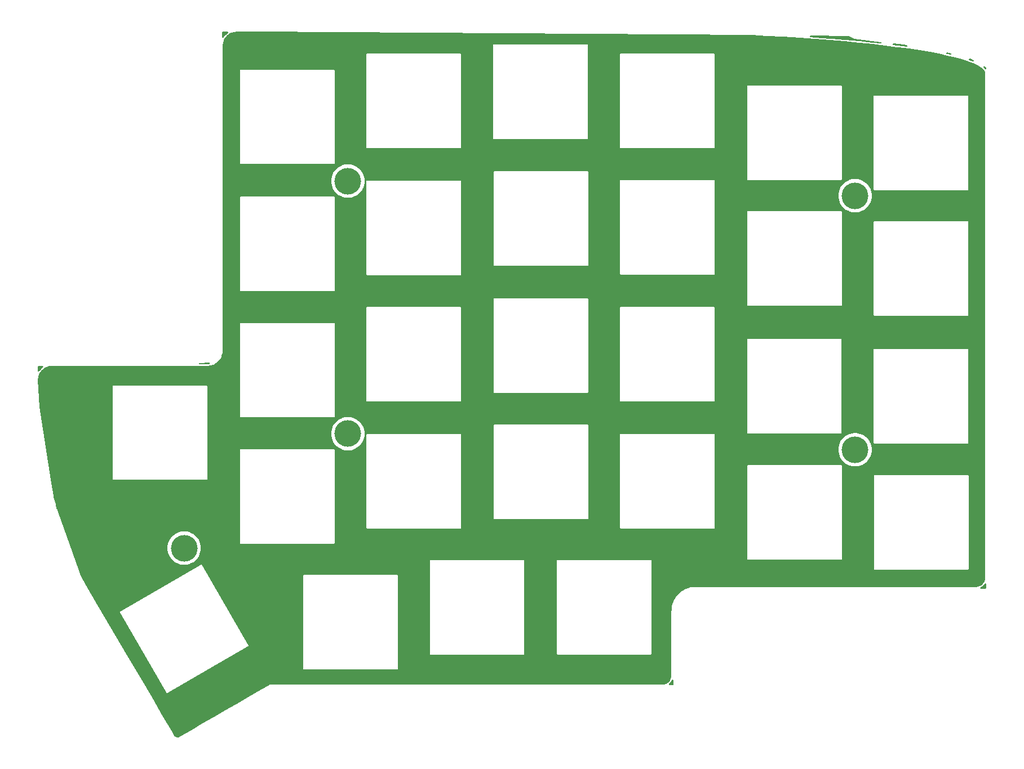
<source format=gbl>
G04 #@! TF.GenerationSoftware,KiCad,Pcbnew,7.0.10*
G04 #@! TF.CreationDate,2024-04-22T20:11:16+02:00*
G04 #@! TF.ProjectId,Lily58_Pro_TOP,4c696c79-3538-45f5-9072-6f5f544f502e,rev?*
G04 #@! TF.SameCoordinates,Original*
G04 #@! TF.FileFunction,Copper,L2,Bot*
G04 #@! TF.FilePolarity,Positive*
%FSLAX46Y46*%
G04 Gerber Fmt 4.6, Leading zero omitted, Abs format (unit mm)*
G04 Created by KiCad (PCBNEW 7.0.10) date 2024-04-22 20:11:16*
%MOMM*%
%LPD*%
G01*
G04 APERTURE LIST*
G04 #@! TA.AperFunction,ComponentPad*
%ADD10C,4.000000*%
G04 #@! TD*
G04 APERTURE END LIST*
D10*
X129600000Y-57700000D03*
X205800000Y-59900000D03*
X205800000Y-98100000D03*
X129600000Y-95700000D03*
X105000000Y-112900000D03*
G04 #@! TA.AperFunction,NonConductor*
G36*
X111510367Y-35205647D02*
G01*
X111578344Y-35226122D01*
X111624462Y-35280101D01*
X111634076Y-35350443D01*
X111604133Y-35414817D01*
X111590279Y-35427775D01*
X111586373Y-35431889D01*
X111575197Y-35442312D01*
X111271074Y-35693227D01*
X111258572Y-35702313D01*
X111256894Y-35703381D01*
X111252206Y-35707527D01*
X111248062Y-35712214D01*
X111246988Y-35713902D01*
X111237909Y-35726398D01*
X110987039Y-36030575D01*
X110976618Y-36041754D01*
X110975059Y-36043234D01*
X110971296Y-36048144D01*
X110968156Y-36053472D01*
X110967366Y-36055476D01*
X110960911Y-36069320D01*
X110933198Y-36120420D01*
X110883140Y-36170766D01*
X110813809Y-36186056D01*
X110747218Y-36161436D01*
X110704509Y-36104722D01*
X110696439Y-36059833D01*
X110699476Y-35326352D01*
X110719760Y-35258318D01*
X110773608Y-35212048D01*
X110826350Y-35200880D01*
X111510367Y-35205647D01*
G37*
G04 #@! TD.AperFunction*
G04 #@! TA.AperFunction,NonConductor*
G36*
X204782383Y-35855626D02*
G01*
X204837847Y-35868923D01*
X205700000Y-36300000D01*
X209664439Y-36782161D01*
X209729646Y-36810241D01*
X209769321Y-36869117D01*
X209770866Y-36940097D01*
X209733792Y-37000645D01*
X209669869Y-37031537D01*
X209634902Y-37032422D01*
X208455131Y-36897426D01*
X208452021Y-36896837D01*
X208430255Y-36894573D01*
X208428970Y-36894432D01*
X208407207Y-36891942D01*
X208404025Y-36891845D01*
X206433174Y-36686873D01*
X206430314Y-36686361D01*
X206408160Y-36684267D01*
X206406990Y-36684151D01*
X206384908Y-36681855D01*
X206381996Y-36681795D01*
X204320716Y-36487044D01*
X204318055Y-36486591D01*
X204295711Y-36484676D01*
X204294629Y-36484579D01*
X204272204Y-36482461D01*
X204269501Y-36482429D01*
X202366465Y-36319331D01*
X202121267Y-36298316D01*
X202118763Y-36297913D01*
X202096019Y-36296149D01*
X202095011Y-36296067D01*
X202072534Y-36294141D01*
X202070011Y-36294133D01*
X199838599Y-36121096D01*
X199836258Y-36120738D01*
X199813509Y-36119147D01*
X199812565Y-36119077D01*
X199789688Y-36117304D01*
X199787294Y-36117315D01*
X199198575Y-36076162D01*
X199076364Y-36067619D01*
X199009805Y-36042917D01*
X198967166Y-35986150D01*
X198961987Y-35915342D01*
X198995912Y-35852975D01*
X199058169Y-35818850D01*
X199086024Y-35815930D01*
X204782383Y-35855626D01*
G37*
G04 #@! TD.AperFunction*
G04 #@! TA.AperFunction,NonConductor*
G36*
X213096645Y-37199592D02*
G01*
X213103304Y-37200583D01*
X213475026Y-37266181D01*
X213578080Y-37284367D01*
X213641688Y-37315903D01*
X213678149Y-37376822D01*
X213675886Y-37447783D01*
X213635619Y-37506256D01*
X213570131Y-37533676D01*
X213538853Y-37533253D01*
X212212887Y-37349135D01*
X212209130Y-37348333D01*
X212188276Y-37345707D01*
X212186701Y-37345499D01*
X212165763Y-37342592D01*
X212161927Y-37342388D01*
X211556906Y-37266181D01*
X211491819Y-37237823D01*
X211452396Y-37178778D01*
X211451153Y-37107792D01*
X211488486Y-37047403D01*
X211552540Y-37016784D01*
X211587859Y-37016091D01*
X213096645Y-37199592D01*
G37*
G04 #@! TD.AperFunction*
G04 #@! TA.AperFunction,NonConductor*
G36*
X219657153Y-38357144D02*
G01*
X219893581Y-38398867D01*
X219906272Y-38401792D01*
X220122664Y-38463618D01*
X220165940Y-38475983D01*
X220225945Y-38513930D01*
X220255908Y-38578294D01*
X220246317Y-38648640D01*
X220200217Y-38702633D01*
X220132244Y-38723132D01*
X220101747Y-38719614D01*
X219769641Y-38639411D01*
X219762440Y-38637168D01*
X219758848Y-38636402D01*
X219758846Y-38636401D01*
X219746241Y-38633714D01*
X219742972Y-38632971D01*
X219742827Y-38632936D01*
X219730449Y-38629947D01*
X219730448Y-38629947D01*
X219726895Y-38629089D01*
X219719425Y-38627997D01*
X219608997Y-38604460D01*
X219546542Y-38570697D01*
X219512256Y-38508528D01*
X219517024Y-38437692D01*
X219559331Y-38380678D01*
X219625747Y-38355588D01*
X219657153Y-38357144D01*
G37*
G04 #@! TD.AperFunction*
G04 #@! TA.AperFunction,NonConductor*
G36*
X223063645Y-39303898D02*
G01*
X223385341Y-39395811D01*
X223413236Y-39407564D01*
X223583510Y-39504864D01*
X223632731Y-39556028D01*
X223646478Y-39625681D01*
X223620384Y-39691709D01*
X223562736Y-39733148D01*
X223491836Y-39736841D01*
X223475766Y-39731864D01*
X222983802Y-39542653D01*
X222927402Y-39499531D01*
X222903268Y-39432762D01*
X222919064Y-39363545D01*
X222969774Y-39313855D01*
X223039298Y-39299470D01*
X223063645Y-39303898D01*
G37*
G04 #@! TD.AperFunction*
G04 #@! TA.AperFunction,NonConductor*
G36*
X225252340Y-40459128D02*
G01*
X225262935Y-40464534D01*
X225436516Y-40563723D01*
X225485736Y-40614885D01*
X225500001Y-40673120D01*
X225500001Y-40750205D01*
X225479999Y-40818326D01*
X225426343Y-40864819D01*
X225356069Y-40874923D01*
X225291489Y-40845429D01*
X225270580Y-40822177D01*
X225244143Y-40784188D01*
X225239915Y-40777697D01*
X225235268Y-40770058D01*
X225235267Y-40770056D01*
X225235264Y-40770053D01*
X225233826Y-40768358D01*
X225233271Y-40767636D01*
X225232624Y-40767024D01*
X225231078Y-40765414D01*
X225223933Y-40759997D01*
X225217909Y-40755131D01*
X225118294Y-40669483D01*
X225079680Y-40609905D01*
X225079407Y-40538909D01*
X225117561Y-40479036D01*
X225182028Y-40449294D01*
X225252340Y-40459128D01*
G37*
G04 #@! TD.AperFunction*
G04 #@! TA.AperFunction,NonConductor*
G36*
X108798730Y-85033236D02*
G01*
X108846227Y-85086005D01*
X108857655Y-85156076D01*
X108829385Y-85221201D01*
X108770394Y-85260705D01*
X108745242Y-85265866D01*
X108481094Y-85292458D01*
X108468472Y-85293092D01*
X107323746Y-85293083D01*
X107255625Y-85273080D01*
X107209133Y-85219424D01*
X107199030Y-85149150D01*
X107228523Y-85084570D01*
X107288250Y-85046187D01*
X107321360Y-85041106D01*
X108730249Y-85014523D01*
X108798730Y-85033236D01*
G37*
G04 #@! TD.AperFunction*
G04 #@! TA.AperFunction,NonConductor*
G36*
X83794514Y-85505015D02*
G01*
X83842011Y-85557784D01*
X83853439Y-85627855D01*
X83825169Y-85692980D01*
X83808488Y-85709555D01*
X83520943Y-85946278D01*
X83508781Y-85955128D01*
X83506785Y-85956405D01*
X83502229Y-85960451D01*
X83498192Y-85965008D01*
X83496918Y-85967006D01*
X83488084Y-85979179D01*
X83238501Y-86283145D01*
X83228334Y-86294127D01*
X83226573Y-86295815D01*
X83226349Y-86296111D01*
X83225985Y-86296379D01*
X83219427Y-86302669D01*
X83218612Y-86301819D01*
X83169223Y-86338267D01*
X83098374Y-86342846D01*
X83036296Y-86308394D01*
X83002700Y-86245850D01*
X83000001Y-86219912D01*
X83000001Y-85623645D01*
X83020003Y-85555524D01*
X83073659Y-85509031D01*
X83123621Y-85497667D01*
X83726029Y-85486301D01*
X83794514Y-85505015D01*
G37*
G04 #@! TD.AperFunction*
G04 #@! TA.AperFunction,NonConductor*
G36*
X225421073Y-118209606D02*
G01*
X225476789Y-118253609D01*
X225499870Y-118320748D01*
X225500001Y-118326483D01*
X225500001Y-118874000D01*
X225479999Y-118942121D01*
X225426343Y-118988614D01*
X225374001Y-119000000D01*
X224734677Y-119000000D01*
X224666556Y-118979998D01*
X224620063Y-118926342D01*
X224609959Y-118856068D01*
X224639453Y-118791488D01*
X224674597Y-118763246D01*
X224832698Y-118677486D01*
X224846549Y-118671030D01*
X224848551Y-118670241D01*
X224848555Y-118670237D01*
X224853876Y-118667101D01*
X224858780Y-118663340D01*
X224858787Y-118663337D01*
X224860257Y-118661788D01*
X224871440Y-118651358D01*
X225072045Y-118485878D01*
X225084556Y-118476790D01*
X225086227Y-118475727D01*
X225086231Y-118475721D01*
X225090916Y-118471580D01*
X225095056Y-118466898D01*
X225095060Y-118466895D01*
X225096128Y-118465216D01*
X225105218Y-118452703D01*
X225270686Y-118252111D01*
X225281108Y-118240936D01*
X225282668Y-118239455D01*
X225282668Y-118239453D01*
X225287240Y-118235113D01*
X225350412Y-118202711D01*
X225421073Y-118209606D01*
G37*
G04 #@! TD.AperFunction*
G04 #@! TA.AperFunction,NonConductor*
G36*
X178449229Y-132696882D02*
G01*
X178491934Y-132753599D01*
X178500001Y-132797960D01*
X178500001Y-133374000D01*
X178479999Y-133442121D01*
X178426343Y-133488614D01*
X178374001Y-133500000D01*
X177927925Y-133500000D01*
X177859804Y-133479998D01*
X177813311Y-133426342D01*
X177803207Y-133356068D01*
X177832701Y-133291488D01*
X177847746Y-133276803D01*
X177931392Y-133207802D01*
X177943897Y-133198718D01*
X177945575Y-133197651D01*
X177945578Y-133197646D01*
X177945581Y-133197645D01*
X177950262Y-133193506D01*
X177954401Y-133188825D01*
X177954402Y-133188822D01*
X177954407Y-133188819D01*
X177955474Y-133187141D01*
X177964556Y-133174639D01*
X178130033Y-132974035D01*
X178140473Y-132962843D01*
X178142016Y-132961378D01*
X178142018Y-132961373D01*
X178145781Y-132956466D01*
X178148916Y-132951148D01*
X178148916Y-132951146D01*
X178148921Y-132951141D01*
X178149714Y-132949128D01*
X178156160Y-132935301D01*
X178263247Y-132737880D01*
X178313308Y-132687541D01*
X178382640Y-132672257D01*
X178449229Y-132696882D01*
G37*
G04 #@! TD.AperFunction*
G04 #@! TA.AperFunction,NonConductor*
G36*
X115882358Y-35236113D02*
G01*
X190321209Y-35754851D01*
X190326418Y-35754998D01*
X192490743Y-35861652D01*
X192491431Y-35861688D01*
X195000201Y-36001760D01*
X195000609Y-36001785D01*
X197437182Y-36154528D01*
X197437610Y-36154556D01*
X199797830Y-36319541D01*
X199798299Y-36319575D01*
X202078943Y-36496429D01*
X202079648Y-36496487D01*
X204276632Y-36684777D01*
X204277606Y-36684866D01*
X206387240Y-36884186D01*
X206388364Y-36884297D01*
X207662259Y-37016784D01*
X208407095Y-37094248D01*
X208408385Y-37094389D01*
X210332781Y-37314589D01*
X210334050Y-37314741D01*
X212160155Y-37544753D01*
X212161738Y-37544962D01*
X212327762Y-37568015D01*
X213886197Y-37784412D01*
X213887758Y-37784641D01*
X215506681Y-38033086D01*
X215508493Y-38033379D01*
X217017981Y-38290363D01*
X217020196Y-38290762D01*
X218416469Y-38555826D01*
X218419098Y-38556356D01*
X219698467Y-38829046D01*
X219701654Y-38829770D01*
X220859981Y-39109503D01*
X220863984Y-39110540D01*
X221892012Y-39395231D01*
X221897322Y-39396702D01*
X221902394Y-39398222D01*
X222806417Y-39689986D01*
X222812915Y-39692283D01*
X223326612Y-39889851D01*
X223582947Y-39988439D01*
X223591616Y-39992151D01*
X224222434Y-40290692D01*
X224234279Y-40297093D01*
X224719806Y-40594097D01*
X224736183Y-40606028D01*
X225070342Y-40893334D01*
X225091615Y-40916900D01*
X225274835Y-41180177D01*
X225294171Y-41223746D01*
X225354173Y-41483064D01*
X225357416Y-41511468D01*
X225357416Y-117327205D01*
X225356783Y-117339824D01*
X225329753Y-117608367D01*
X225324733Y-117633063D01*
X225305573Y-117694854D01*
X225250747Y-117871667D01*
X225241155Y-117894426D01*
X225124013Y-118110383D01*
X225110456Y-118130484D01*
X224955136Y-118318774D01*
X224938117Y-118335794D01*
X224749809Y-118491130D01*
X224729707Y-118504687D01*
X224513755Y-118621826D01*
X224490994Y-118631418D01*
X224252397Y-118705400D01*
X224227700Y-118710419D01*
X223959157Y-118737450D01*
X223946538Y-118738084D01*
X181841574Y-118738084D01*
X181832956Y-118737158D01*
X181832934Y-118737558D01*
X181823036Y-118736995D01*
X181823035Y-118736995D01*
X181818506Y-118737451D01*
X181805888Y-118738084D01*
X181801347Y-118738084D01*
X181801344Y-118738084D01*
X181791558Y-118739635D01*
X181791495Y-118739241D01*
X181783019Y-118741022D01*
X181114200Y-118808340D01*
X181099895Y-118808962D01*
X181096880Y-118808921D01*
X181091137Y-118809751D01*
X181085532Y-118811227D01*
X181082765Y-118812445D01*
X181069350Y-118817457D01*
X180437233Y-119013462D01*
X180422843Y-119017012D01*
X180420317Y-119017479D01*
X180414652Y-119019482D01*
X180409273Y-119022133D01*
X180407173Y-119023616D01*
X180394584Y-119031436D01*
X179823869Y-119341010D01*
X179810022Y-119347467D01*
X179809210Y-119347787D01*
X179808014Y-119348259D01*
X179802687Y-119351399D01*
X179797773Y-119355167D01*
X179796293Y-119356726D01*
X179785118Y-119367146D01*
X179288589Y-119776732D01*
X179276089Y-119785814D01*
X179274407Y-119786884D01*
X179269717Y-119791030D01*
X179265568Y-119795724D01*
X179264497Y-119797406D01*
X179255417Y-119809901D01*
X178845829Y-120306434D01*
X178835410Y-120317609D01*
X178833847Y-120319093D01*
X178830078Y-120324009D01*
X178826938Y-120329336D01*
X178826143Y-120331352D01*
X178819690Y-120345187D01*
X178510112Y-120915910D01*
X178502292Y-120928499D01*
X178500813Y-120930593D01*
X178498157Y-120935983D01*
X178496159Y-120941634D01*
X178495692Y-120944162D01*
X178492141Y-120958558D01*
X178296136Y-121590672D01*
X178291126Y-121604082D01*
X178289907Y-121606852D01*
X178288432Y-121612454D01*
X178287601Y-121618200D01*
X178287642Y-121621216D01*
X178287020Y-121635521D01*
X178219702Y-122304339D01*
X178217921Y-122312815D01*
X178218315Y-122312878D01*
X178216764Y-122322670D01*
X178216764Y-122327207D01*
X178216131Y-122339824D01*
X178215675Y-122344354D01*
X178216238Y-122354255D01*
X178215838Y-122354277D01*
X178216764Y-122362895D01*
X178216764Y-132049129D01*
X178216131Y-132061748D01*
X178189101Y-132330290D01*
X178184081Y-132354989D01*
X178110095Y-132593589D01*
X178100503Y-132616348D01*
X177983363Y-132832303D01*
X177969806Y-132852404D01*
X177814476Y-133040706D01*
X177797456Y-133057726D01*
X177609160Y-133213051D01*
X177589063Y-133226606D01*
X177469450Y-133291488D01*
X177373105Y-133343748D01*
X177350346Y-133353339D01*
X177111745Y-133427325D01*
X177087046Y-133432345D01*
X176818505Y-133459375D01*
X176805886Y-133460008D01*
X117910511Y-133460008D01*
X117891058Y-133455885D01*
X117891000Y-133456452D01*
X117871150Y-133454390D01*
X117871149Y-133454390D01*
X117847833Y-133459375D01*
X117823646Y-133464546D01*
X117819619Y-133466097D01*
X117801326Y-133474254D01*
X117798978Y-133475017D01*
X117782837Y-133486744D01*
X117781802Y-133485320D01*
X117771093Y-133494972D01*
X117484304Y-133661008D01*
X116147956Y-134434683D01*
X116118773Y-134451579D01*
X116118772Y-134451579D01*
X114472262Y-135404821D01*
X114472261Y-135404822D01*
X112796568Y-136374961D01*
X111120873Y-137345099D01*
X111120872Y-137345100D01*
X109445179Y-138315239D01*
X107769484Y-139285377D01*
X107769483Y-139285378D01*
X106093790Y-140255517D01*
X106093789Y-140255517D01*
X104406340Y-141232459D01*
X104404064Y-141233745D01*
X104244434Y-141321791D01*
X104222364Y-141331344D01*
X104140108Y-141357955D01*
X104112122Y-141363608D01*
X104025184Y-141371086D01*
X104013103Y-141371543D01*
X103943259Y-141370832D01*
X103907132Y-141365157D01*
X103845245Y-141345915D01*
X103830072Y-141340100D01*
X103745763Y-141301381D01*
X103731210Y-141293502D01*
X103625260Y-141226787D01*
X103594370Y-141199324D01*
X103532936Y-141123247D01*
X103522335Y-141107927D01*
X103123613Y-140429465D01*
X101841103Y-138247156D01*
X101841102Y-138247155D01*
X100159426Y-135385629D01*
X100159424Y-135385627D01*
X98477750Y-132524102D01*
X98477749Y-132524101D01*
X96796073Y-129662575D01*
X96796072Y-129662574D01*
X95114396Y-126801048D01*
X95114394Y-126801046D01*
X93432720Y-123939521D01*
X93432719Y-123939520D01*
X92574329Y-122478891D01*
X95331790Y-122478891D01*
X95333189Y-122505569D01*
X95333857Y-122508711D01*
X95350184Y-122536989D01*
X95366511Y-122565268D01*
X102229077Y-134451579D01*
X102325573Y-134618714D01*
X102325576Y-134618721D01*
X102366521Y-134689641D01*
X102368914Y-134691796D01*
X102391308Y-134706338D01*
X102397190Y-134708957D01*
X102422984Y-134715869D01*
X102426183Y-134716205D01*
X102426185Y-134716206D01*
X102426186Y-134716205D01*
X102429394Y-134716543D01*
X102456046Y-134715145D01*
X102459201Y-134714475D01*
X102459201Y-134714474D01*
X102459202Y-134714475D01*
X102502214Y-134689642D01*
X108750737Y-131082055D01*
X122897974Y-131082055D01*
X122898967Y-131085113D01*
X122911092Y-131108908D01*
X122914878Y-131114119D01*
X122933758Y-131132998D01*
X122938972Y-131136786D01*
X122962751Y-131148903D01*
X122965820Y-131149900D01*
X137031325Y-131149900D01*
X137034394Y-131148902D01*
X137058166Y-131136789D01*
X137060778Y-131134890D01*
X137060781Y-131134890D01*
X137060782Y-131134888D01*
X137063391Y-131132993D01*
X137082262Y-131114122D01*
X137084157Y-131111513D01*
X137084159Y-131111512D01*
X137084159Y-131111509D01*
X137086058Y-131108897D01*
X137098171Y-131085125D01*
X137099169Y-131082055D01*
X137099169Y-128831620D01*
X141898531Y-128831620D01*
X141899524Y-128834678D01*
X141911649Y-128858473D01*
X141915435Y-128863684D01*
X141934315Y-128882563D01*
X141939529Y-128886351D01*
X141963308Y-128898468D01*
X141966377Y-128899465D01*
X156031882Y-128899465D01*
X156034951Y-128898467D01*
X156058723Y-128886354D01*
X156061335Y-128884455D01*
X156061338Y-128884455D01*
X156061339Y-128884453D01*
X156063948Y-128882558D01*
X156082819Y-128863687D01*
X156084714Y-128861078D01*
X156084716Y-128861077D01*
X156084716Y-128861074D01*
X156086615Y-128858462D01*
X156098728Y-128834690D01*
X156099238Y-128833120D01*
X160999035Y-128833120D01*
X161000028Y-128836178D01*
X161012153Y-128859973D01*
X161015939Y-128865184D01*
X161034819Y-128884063D01*
X161040033Y-128887851D01*
X161063812Y-128899968D01*
X161066881Y-128900965D01*
X175132656Y-128900965D01*
X175135725Y-128899967D01*
X175159497Y-128887854D01*
X175162109Y-128885955D01*
X175162112Y-128885955D01*
X175162113Y-128885953D01*
X175164722Y-128884058D01*
X175183593Y-128865187D01*
X175185488Y-128862578D01*
X175185490Y-128862577D01*
X175185490Y-128862574D01*
X175187389Y-128859962D01*
X175199502Y-128836190D01*
X175200500Y-128833120D01*
X175200500Y-116081903D01*
X208648190Y-116081903D01*
X208649183Y-116084961D01*
X208661308Y-116108756D01*
X208665094Y-116113967D01*
X208683974Y-116132846D01*
X208689188Y-116136634D01*
X208712967Y-116148751D01*
X208716036Y-116149748D01*
X222781540Y-116149748D01*
X222784609Y-116148750D01*
X222808381Y-116136637D01*
X222810993Y-116134738D01*
X222810996Y-116134738D01*
X222810997Y-116134736D01*
X222813606Y-116132841D01*
X222832477Y-116113970D01*
X222834372Y-116111361D01*
X222834374Y-116111360D01*
X222834374Y-116111357D01*
X222836273Y-116108745D01*
X222848386Y-116084973D01*
X222849384Y-116081903D01*
X222849384Y-102016572D01*
X222848387Y-102013504D01*
X222836270Y-101989725D01*
X222832482Y-101984511D01*
X222813603Y-101965631D01*
X222808392Y-101961845D01*
X222784597Y-101949720D01*
X222781539Y-101948727D01*
X222781538Y-101948727D01*
X222764801Y-101948727D01*
X208781344Y-101948727D01*
X208716036Y-101948727D01*
X208716034Y-101948728D01*
X208712974Y-101949722D01*
X208689182Y-101961844D01*
X208683978Y-101965625D01*
X208665088Y-101984515D01*
X208661307Y-101989719D01*
X208649185Y-102013511D01*
X208648190Y-102016574D01*
X208648190Y-116081903D01*
X175200500Y-116081903D01*
X175200500Y-114767345D01*
X175199503Y-114764277D01*
X175187386Y-114740498D01*
X175183598Y-114735284D01*
X175164719Y-114716404D01*
X175159508Y-114712618D01*
X175135713Y-114700493D01*
X175132655Y-114699500D01*
X175132654Y-114699500D01*
X175115917Y-114699500D01*
X161132189Y-114699500D01*
X161066881Y-114699500D01*
X161066879Y-114699501D01*
X161063819Y-114700495D01*
X161040027Y-114712617D01*
X161034823Y-114716398D01*
X161015933Y-114735288D01*
X161012152Y-114740492D01*
X161000030Y-114764284D01*
X160999035Y-114767347D01*
X160999035Y-128833120D01*
X156099238Y-128833120D01*
X156099726Y-128831620D01*
X156099726Y-114766289D01*
X156098729Y-114763221D01*
X156086612Y-114739442D01*
X156082824Y-114734228D01*
X156063945Y-114715348D01*
X156058734Y-114711562D01*
X156034939Y-114699437D01*
X156031881Y-114698444D01*
X156031880Y-114698444D01*
X156015143Y-114698444D01*
X142031685Y-114698444D01*
X141966377Y-114698444D01*
X141966375Y-114698445D01*
X141963315Y-114699439D01*
X141939523Y-114711561D01*
X141934319Y-114715342D01*
X141915429Y-114734232D01*
X141911648Y-114739436D01*
X141899526Y-114763228D01*
X141898531Y-114766291D01*
X141898531Y-128831620D01*
X137099169Y-128831620D01*
X137099169Y-117016724D01*
X137098172Y-117013656D01*
X137086055Y-116989877D01*
X137082267Y-116984663D01*
X137063388Y-116965783D01*
X137058177Y-116961997D01*
X137034382Y-116949872D01*
X137031324Y-116948879D01*
X137031323Y-116948879D01*
X137014586Y-116948879D01*
X123031128Y-116948879D01*
X122965820Y-116948879D01*
X122965818Y-116948880D01*
X122962758Y-116949874D01*
X122938966Y-116961996D01*
X122933762Y-116965777D01*
X122914872Y-116984667D01*
X122911091Y-116989871D01*
X122898969Y-117013663D01*
X122897974Y-117016726D01*
X122897974Y-131082055D01*
X108750737Y-131082055D01*
X114591391Y-127709951D01*
X114615450Y-127699240D01*
X114623867Y-127696506D01*
X114623869Y-127696502D01*
X114632854Y-127689975D01*
X114640281Y-127681725D01*
X114640284Y-127681724D01*
X114640285Y-127681721D01*
X114642442Y-127679326D01*
X114656973Y-127656951D01*
X114658286Y-127654000D01*
X114658290Y-127653997D01*
X114658290Y-127653991D01*
X114658494Y-127653535D01*
X114660440Y-127650165D01*
X114661289Y-127647953D01*
X114662097Y-127644152D01*
X114662252Y-127643673D01*
X114662255Y-127643670D01*
X114662255Y-127643665D01*
X114665685Y-127633113D01*
X114666845Y-127622063D01*
X114666847Y-127622061D01*
X114666846Y-127622058D01*
X114667183Y-127618854D01*
X114665787Y-127592200D01*
X114665007Y-127588527D01*
X114664600Y-127584663D01*
X114663998Y-127582415D01*
X114662418Y-127578865D01*
X114662255Y-127578366D01*
X114662255Y-127578362D01*
X114650030Y-127561535D01*
X114642862Y-127550496D01*
X107640821Y-115422607D01*
X107636697Y-115415464D01*
X107636691Y-115415456D01*
X107632452Y-115408113D01*
X107632450Y-115408112D01*
X107630056Y-115405956D01*
X107607664Y-115391414D01*
X107601788Y-115388798D01*
X107575993Y-115381886D01*
X107569596Y-115381213D01*
X107542910Y-115382612D01*
X107539772Y-115383279D01*
X107530214Y-115388798D01*
X107525278Y-115391648D01*
X95415249Y-122383376D01*
X95391344Y-122397177D01*
X95358690Y-122416030D01*
X95356543Y-122418414D01*
X95341989Y-122440825D01*
X95339375Y-122446697D01*
X95332463Y-122472493D01*
X95331790Y-122478891D01*
X92574329Y-122478891D01*
X91751043Y-121077994D01*
X91751042Y-121077993D01*
X90090319Y-118252121D01*
X90084687Y-118242537D01*
X90082014Y-118237752D01*
X89923346Y-117938498D01*
X89918946Y-117930199D01*
X89918942Y-117930192D01*
X89774107Y-117657028D01*
X89774106Y-117657027D01*
X89624869Y-117375557D01*
X89624869Y-117375556D01*
X89536653Y-117209179D01*
X89529421Y-117192834D01*
X89466022Y-117016726D01*
X87984003Y-112900006D01*
X102486540Y-112900006D01*
X102506357Y-113215007D01*
X102506359Y-113215024D01*
X102565504Y-113525067D01*
X102565507Y-113525080D01*
X102663039Y-113825254D01*
X102663044Y-113825266D01*
X102797438Y-114110869D01*
X102797440Y-114110872D01*
X102797443Y-114110878D01*
X102966562Y-114377368D01*
X103167763Y-114620578D01*
X103167766Y-114620580D01*
X103167767Y-114620582D01*
X103397860Y-114836654D01*
X103653221Y-115022184D01*
X103929821Y-115174247D01*
X104223298Y-115290443D01*
X104529025Y-115368940D01*
X104529033Y-115368941D01*
X104529032Y-115368941D01*
X104642531Y-115383279D01*
X104842179Y-115408500D01*
X104842183Y-115408500D01*
X105157817Y-115408500D01*
X105157821Y-115408500D01*
X105470975Y-115368940D01*
X105776702Y-115290443D01*
X106070179Y-115174247D01*
X106346779Y-115022184D01*
X106602140Y-114836654D01*
X106832233Y-114620582D01*
X106864994Y-114580981D01*
X189599243Y-114580981D01*
X189600236Y-114584039D01*
X189612361Y-114607834D01*
X189616147Y-114613045D01*
X189635027Y-114631924D01*
X189640241Y-114635712D01*
X189664020Y-114647829D01*
X189667089Y-114648826D01*
X203732593Y-114648826D01*
X203735662Y-114647828D01*
X203759434Y-114635715D01*
X203762046Y-114633816D01*
X203762049Y-114633816D01*
X203762050Y-114633814D01*
X203764659Y-114631919D01*
X203783530Y-114613048D01*
X203785425Y-114610439D01*
X203785427Y-114610438D01*
X203785427Y-114610435D01*
X203787326Y-114607823D01*
X203799439Y-114584051D01*
X203800437Y-114580981D01*
X203800437Y-100515650D01*
X203799440Y-100512582D01*
X203787323Y-100488803D01*
X203783535Y-100483589D01*
X203764656Y-100464709D01*
X203759445Y-100460923D01*
X203735650Y-100448798D01*
X203732592Y-100447805D01*
X203732591Y-100447805D01*
X203715854Y-100447805D01*
X189732397Y-100447805D01*
X189667089Y-100447805D01*
X189667087Y-100447806D01*
X189664027Y-100448800D01*
X189640235Y-100460922D01*
X189635031Y-100464703D01*
X189616141Y-100483593D01*
X189612360Y-100488797D01*
X189600238Y-100512589D01*
X189599243Y-100515652D01*
X189599243Y-114580981D01*
X106864994Y-114580981D01*
X107033432Y-114377375D01*
X107033434Y-114377370D01*
X107033437Y-114377368D01*
X107202556Y-114110878D01*
X107202562Y-114110869D01*
X107336956Y-113825266D01*
X107434495Y-113525072D01*
X107493641Y-113215020D01*
X107506568Y-113009547D01*
X107513460Y-112900006D01*
X107513460Y-112899993D01*
X107493642Y-112584992D01*
X107493640Y-112584975D01*
X107434495Y-112274928D01*
X107404699Y-112183226D01*
X113398395Y-112183226D01*
X113399388Y-112186284D01*
X113411513Y-112210079D01*
X113415299Y-112215290D01*
X113434179Y-112234169D01*
X113439393Y-112237957D01*
X113463172Y-112250074D01*
X113466241Y-112251071D01*
X127531745Y-112251071D01*
X127534814Y-112250073D01*
X127558586Y-112237960D01*
X127561198Y-112236061D01*
X127561201Y-112236061D01*
X127561202Y-112236059D01*
X127563811Y-112234164D01*
X127582682Y-112215293D01*
X127584577Y-112212684D01*
X127584579Y-112212683D01*
X127584579Y-112212680D01*
X127586478Y-112210068D01*
X127598591Y-112186296D01*
X127599589Y-112183226D01*
X127599589Y-109881777D01*
X132399588Y-109881777D01*
X132400581Y-109884835D01*
X132412706Y-109908630D01*
X132416492Y-109913841D01*
X132435372Y-109932720D01*
X132440586Y-109936508D01*
X132464365Y-109948625D01*
X132467434Y-109949622D01*
X146532938Y-109949622D01*
X146536007Y-109948624D01*
X146559779Y-109936511D01*
X146562391Y-109934612D01*
X146562394Y-109934612D01*
X146562395Y-109934610D01*
X146565004Y-109932715D01*
X146583875Y-109913844D01*
X146585770Y-109911235D01*
X146585772Y-109911234D01*
X146585772Y-109911231D01*
X146587671Y-109908619D01*
X146599784Y-109884847D01*
X146600712Y-109881991D01*
X170498742Y-109881991D01*
X170499735Y-109885049D01*
X170511860Y-109908844D01*
X170515646Y-109914055D01*
X170534526Y-109932934D01*
X170539740Y-109936722D01*
X170563519Y-109948839D01*
X170566588Y-109949836D01*
X184632092Y-109949836D01*
X184635161Y-109948838D01*
X184658933Y-109936725D01*
X184661545Y-109934826D01*
X184661548Y-109934826D01*
X184661549Y-109934824D01*
X184664158Y-109932929D01*
X184683029Y-109914058D01*
X184684924Y-109911449D01*
X184684926Y-109911448D01*
X184684926Y-109911445D01*
X184686825Y-109908833D01*
X184698938Y-109885061D01*
X184699936Y-109881991D01*
X184699936Y-98100006D01*
X203286540Y-98100006D01*
X203306357Y-98415007D01*
X203306359Y-98415024D01*
X203365504Y-98725067D01*
X203365507Y-98725080D01*
X203463039Y-99025254D01*
X203463044Y-99025266D01*
X203597438Y-99310869D01*
X203597440Y-99310872D01*
X203597443Y-99310878D01*
X203766562Y-99577368D01*
X203967763Y-99820578D01*
X203967766Y-99820580D01*
X203967767Y-99820582D01*
X204197860Y-100036654D01*
X204453221Y-100222184D01*
X204729821Y-100374247D01*
X205023298Y-100490443D01*
X205329025Y-100568940D01*
X205329033Y-100568941D01*
X205329032Y-100568941D01*
X205493129Y-100589670D01*
X205642179Y-100608500D01*
X205642183Y-100608500D01*
X205957817Y-100608500D01*
X205957821Y-100608500D01*
X206270975Y-100568940D01*
X206576702Y-100490443D01*
X206870179Y-100374247D01*
X207146779Y-100222184D01*
X207402140Y-100036654D01*
X207632233Y-99820582D01*
X207833432Y-99577375D01*
X207833434Y-99577370D01*
X207833437Y-99577368D01*
X208002556Y-99310878D01*
X208002562Y-99310869D01*
X208136956Y-99025266D01*
X208234495Y-98725072D01*
X208293641Y-98415020D01*
X208312334Y-98117896D01*
X208313460Y-98100006D01*
X208313460Y-98099993D01*
X208293642Y-97784992D01*
X208293640Y-97784975D01*
X208243955Y-97524521D01*
X208234495Y-97474928D01*
X208216836Y-97420578D01*
X208136960Y-97174745D01*
X208136955Y-97174732D01*
X208108981Y-97115284D01*
X208093891Y-97083217D01*
X208599414Y-97083217D01*
X208600407Y-97086275D01*
X208612532Y-97110070D01*
X208616318Y-97115281D01*
X208635198Y-97134160D01*
X208640412Y-97137948D01*
X208664191Y-97150065D01*
X208667260Y-97151062D01*
X222732764Y-97151062D01*
X222735833Y-97150064D01*
X222759605Y-97137951D01*
X222762217Y-97136052D01*
X222762220Y-97136052D01*
X222762221Y-97136050D01*
X222764830Y-97134155D01*
X222783701Y-97115284D01*
X222785596Y-97112675D01*
X222785598Y-97112674D01*
X222785598Y-97112671D01*
X222787497Y-97110059D01*
X222799610Y-97086287D01*
X222800608Y-97083217D01*
X222800608Y-83017886D01*
X222799611Y-83014818D01*
X222787494Y-82991039D01*
X222783706Y-82985825D01*
X222764827Y-82966945D01*
X222759616Y-82963159D01*
X222735821Y-82951034D01*
X222732763Y-82950041D01*
X222732762Y-82950041D01*
X222716025Y-82950041D01*
X208732568Y-82950041D01*
X208667260Y-82950041D01*
X208667258Y-82950042D01*
X208664198Y-82951036D01*
X208640406Y-82963158D01*
X208635202Y-82966939D01*
X208616312Y-82985829D01*
X208612531Y-82991033D01*
X208600409Y-83014825D01*
X208599414Y-83017888D01*
X208599414Y-97083217D01*
X208093891Y-97083217D01*
X208002562Y-96889131D01*
X208002556Y-96889121D01*
X207833437Y-96622631D01*
X207632236Y-96379421D01*
X207402139Y-96163345D01*
X207146781Y-95977817D01*
X207104385Y-95954509D01*
X206870179Y-95825753D01*
X206576702Y-95709557D01*
X206270975Y-95631060D01*
X206270970Y-95631059D01*
X206270965Y-95631058D01*
X206270967Y-95631058D01*
X205957835Y-95591501D01*
X205957824Y-95591500D01*
X205957821Y-95591500D01*
X205642179Y-95591500D01*
X205642176Y-95591500D01*
X205642164Y-95591501D01*
X205329033Y-95631058D01*
X205329025Y-95631059D01*
X205329025Y-95631060D01*
X205321551Y-95632979D01*
X205023301Y-95709556D01*
X205023299Y-95709556D01*
X205023298Y-95709557D01*
X204820610Y-95789807D01*
X204729821Y-95825753D01*
X204453218Y-95977817D01*
X204197861Y-96163345D01*
X204197860Y-96163345D01*
X203967763Y-96379421D01*
X203766562Y-96622631D01*
X203597443Y-96889121D01*
X203597436Y-96889135D01*
X203463044Y-97174732D01*
X203463039Y-97174745D01*
X203365507Y-97474919D01*
X203365504Y-97474932D01*
X203306359Y-97784975D01*
X203306357Y-97784992D01*
X203286540Y-98099993D01*
X203286540Y-98100006D01*
X184699936Y-98100006D01*
X184699936Y-95816660D01*
X184698939Y-95813592D01*
X184686822Y-95789813D01*
X184683034Y-95784599D01*
X184664155Y-95765719D01*
X184658944Y-95761933D01*
X184635149Y-95749808D01*
X184632091Y-95748815D01*
X184632090Y-95748815D01*
X184615353Y-95748815D01*
X170631896Y-95748815D01*
X170566588Y-95748815D01*
X170566586Y-95748816D01*
X170563526Y-95749810D01*
X170539734Y-95761932D01*
X170534530Y-95765713D01*
X170515640Y-95784603D01*
X170511859Y-95789807D01*
X170499737Y-95813599D01*
X170498742Y-95816662D01*
X170498742Y-109881991D01*
X146600712Y-109881991D01*
X146600782Y-109881777D01*
X146600782Y-108481184D01*
X151498313Y-108481184D01*
X151499306Y-108484242D01*
X151511431Y-108508037D01*
X151515217Y-108513248D01*
X151534097Y-108532127D01*
X151539311Y-108535915D01*
X151563090Y-108548032D01*
X151566159Y-108549029D01*
X165631663Y-108549029D01*
X165634732Y-108548031D01*
X165658504Y-108535918D01*
X165661116Y-108534019D01*
X165661119Y-108534019D01*
X165661120Y-108534017D01*
X165663729Y-108532122D01*
X165682600Y-108513251D01*
X165684495Y-108510642D01*
X165684497Y-108510641D01*
X165684497Y-108510638D01*
X165686396Y-108508026D01*
X165698509Y-108484254D01*
X165699507Y-108481184D01*
X165699507Y-95582036D01*
X189584358Y-95582036D01*
X189585351Y-95585094D01*
X189597476Y-95608889D01*
X189601262Y-95614100D01*
X189620142Y-95632979D01*
X189625356Y-95636767D01*
X189649135Y-95648884D01*
X189652204Y-95649881D01*
X203717708Y-95649881D01*
X203720777Y-95648883D01*
X203744549Y-95636770D01*
X203747161Y-95634871D01*
X203747164Y-95634871D01*
X203747165Y-95634869D01*
X203749774Y-95632974D01*
X203768645Y-95614103D01*
X203770540Y-95611494D01*
X203770542Y-95611493D01*
X203770542Y-95611490D01*
X203772441Y-95608878D01*
X203784554Y-95585106D01*
X203785552Y-95582036D01*
X203785552Y-81516705D01*
X203784555Y-81513637D01*
X203772438Y-81489858D01*
X203768650Y-81484644D01*
X203749771Y-81465764D01*
X203744560Y-81461978D01*
X203720765Y-81449853D01*
X203717707Y-81448860D01*
X203717706Y-81448860D01*
X203700969Y-81448860D01*
X189717512Y-81448860D01*
X189652204Y-81448860D01*
X189652202Y-81448861D01*
X189649142Y-81449855D01*
X189625350Y-81461977D01*
X189620146Y-81465758D01*
X189601256Y-81484648D01*
X189597475Y-81489852D01*
X189585353Y-81513644D01*
X189584358Y-81516707D01*
X189584358Y-95582036D01*
X165699507Y-95582036D01*
X165699507Y-94415853D01*
X165698510Y-94412785D01*
X165686393Y-94389006D01*
X165682605Y-94383792D01*
X165663726Y-94364912D01*
X165658515Y-94361126D01*
X165634720Y-94349001D01*
X165631662Y-94348008D01*
X165631661Y-94348008D01*
X165614924Y-94348008D01*
X151631467Y-94348008D01*
X151566159Y-94348008D01*
X151566157Y-94348009D01*
X151563097Y-94349003D01*
X151539305Y-94361125D01*
X151534101Y-94364906D01*
X151515211Y-94383796D01*
X151511430Y-94389000D01*
X151499308Y-94412792D01*
X151498313Y-94415855D01*
X151498313Y-108481184D01*
X146600782Y-108481184D01*
X146600782Y-95816446D01*
X146599785Y-95813378D01*
X146587668Y-95789599D01*
X146583880Y-95784385D01*
X146565001Y-95765505D01*
X146559790Y-95761719D01*
X146535995Y-95749594D01*
X146532937Y-95748601D01*
X146532936Y-95748601D01*
X146516199Y-95748601D01*
X132532742Y-95748601D01*
X132467434Y-95748601D01*
X132467432Y-95748602D01*
X132464372Y-95749596D01*
X132440580Y-95761718D01*
X132435376Y-95765499D01*
X132416486Y-95784389D01*
X132412705Y-95789593D01*
X132400583Y-95813385D01*
X132399588Y-95816448D01*
X132399588Y-109881777D01*
X127599589Y-109881777D01*
X127599589Y-98117895D01*
X127598592Y-98114827D01*
X127586475Y-98091048D01*
X127582687Y-98085834D01*
X127563808Y-98066954D01*
X127558597Y-98063168D01*
X127534802Y-98051043D01*
X127531744Y-98050050D01*
X127531743Y-98050050D01*
X127515006Y-98050050D01*
X113531549Y-98050050D01*
X113466241Y-98050050D01*
X113466239Y-98050051D01*
X113463179Y-98051045D01*
X113439387Y-98063167D01*
X113434183Y-98066948D01*
X113415293Y-98085838D01*
X113411512Y-98091042D01*
X113399390Y-98114834D01*
X113398395Y-98117897D01*
X113398395Y-112183226D01*
X107404699Y-112183226D01*
X107336956Y-111974734D01*
X107202562Y-111689131D01*
X107202556Y-111689121D01*
X107033437Y-111422631D01*
X106832236Y-111179421D01*
X106602139Y-110963345D01*
X106346781Y-110777817D01*
X106304385Y-110754509D01*
X106070179Y-110625753D01*
X105776702Y-110509557D01*
X105470975Y-110431060D01*
X105470970Y-110431059D01*
X105470965Y-110431058D01*
X105470967Y-110431058D01*
X105157835Y-110391501D01*
X105157824Y-110391500D01*
X105157821Y-110391500D01*
X104842179Y-110391500D01*
X104842176Y-110391500D01*
X104842164Y-110391501D01*
X104529033Y-110431058D01*
X104223301Y-110509556D01*
X103929821Y-110625753D01*
X103653218Y-110777817D01*
X103397861Y-110963345D01*
X103397860Y-110963345D01*
X103167763Y-111179421D01*
X102966562Y-111422631D01*
X102797443Y-111689121D01*
X102797436Y-111689135D01*
X102663044Y-111974732D01*
X102663039Y-111974745D01*
X102565507Y-112274919D01*
X102565504Y-112274932D01*
X102506359Y-112584975D01*
X102506357Y-112584992D01*
X102486540Y-112899993D01*
X102486540Y-112900006D01*
X87984003Y-112900006D01*
X85848683Y-106968562D01*
X85845357Y-106957842D01*
X85682245Y-106335173D01*
X85391403Y-105224907D01*
X85362013Y-105112716D01*
X85359419Y-105100279D01*
X84965945Y-102582047D01*
X94298778Y-102582047D01*
X94299771Y-102585105D01*
X94311896Y-102608900D01*
X94315682Y-102614111D01*
X94334562Y-102632990D01*
X94339776Y-102636778D01*
X94363555Y-102648895D01*
X94366624Y-102649892D01*
X108384124Y-102649892D01*
X108387193Y-102648894D01*
X108410965Y-102636781D01*
X108413577Y-102634882D01*
X108413580Y-102634882D01*
X108413581Y-102634880D01*
X108416190Y-102632985D01*
X108435061Y-102614114D01*
X108436956Y-102611505D01*
X108436958Y-102611504D01*
X108436958Y-102611501D01*
X108438857Y-102608889D01*
X108450970Y-102585117D01*
X108451968Y-102582047D01*
X108451968Y-95700006D01*
X127086540Y-95700006D01*
X127106357Y-96015007D01*
X127106359Y-96015024D01*
X127165504Y-96325067D01*
X127165507Y-96325080D01*
X127263039Y-96625254D01*
X127263044Y-96625266D01*
X127397438Y-96910869D01*
X127397440Y-96910872D01*
X127397443Y-96910878D01*
X127566562Y-97177368D01*
X127767763Y-97420578D01*
X127767766Y-97420580D01*
X127767767Y-97420582D01*
X127997860Y-97636654D01*
X128253221Y-97822184D01*
X128529821Y-97974247D01*
X128823298Y-98090443D01*
X129129025Y-98168940D01*
X129129033Y-98168941D01*
X129129032Y-98168941D01*
X129293129Y-98189670D01*
X129442179Y-98208500D01*
X129442183Y-98208500D01*
X129757817Y-98208500D01*
X129757821Y-98208500D01*
X130070975Y-98168940D01*
X130376702Y-98090443D01*
X130670179Y-97974247D01*
X130946779Y-97822184D01*
X131202140Y-97636654D01*
X131432233Y-97420582D01*
X131633432Y-97177375D01*
X131633434Y-97177370D01*
X131633437Y-97177368D01*
X131802556Y-96910878D01*
X131802562Y-96910869D01*
X131936956Y-96625266D01*
X132034495Y-96325072D01*
X132093641Y-96015020D01*
X132095982Y-95977816D01*
X132113460Y-95700006D01*
X132113460Y-95699993D01*
X132093642Y-95384992D01*
X132093640Y-95384975D01*
X132034495Y-95074928D01*
X131936956Y-94774734D01*
X131802562Y-94489131D01*
X131756060Y-94415855D01*
X131633437Y-94222631D01*
X131432236Y-93979421D01*
X131202139Y-93763345D01*
X130946781Y-93577817D01*
X130904385Y-93554509D01*
X130670179Y-93425753D01*
X130376702Y-93309557D01*
X130070975Y-93231060D01*
X130070970Y-93231059D01*
X130070965Y-93231058D01*
X130070967Y-93231058D01*
X129757835Y-93191501D01*
X129757824Y-93191500D01*
X129757821Y-93191500D01*
X129442179Y-93191500D01*
X129442176Y-93191500D01*
X129442164Y-93191501D01*
X129129033Y-93231058D01*
X129129025Y-93231059D01*
X129129025Y-93231060D01*
X129113555Y-93235032D01*
X128823301Y-93309556D01*
X128529821Y-93425753D01*
X128253218Y-93577817D01*
X127997861Y-93763345D01*
X127997860Y-93763345D01*
X127767763Y-93979421D01*
X127566562Y-94222631D01*
X127397443Y-94489121D01*
X127397436Y-94489135D01*
X127263044Y-94774732D01*
X127263039Y-94774745D01*
X127165507Y-95074919D01*
X127165504Y-95074932D01*
X127106359Y-95384975D01*
X127106357Y-95384992D01*
X127086540Y-95699993D01*
X127086540Y-95700006D01*
X108451968Y-95700006D01*
X108451968Y-93180301D01*
X113398395Y-93180301D01*
X113399388Y-93183359D01*
X113411513Y-93207154D01*
X113415299Y-93212365D01*
X113434179Y-93231244D01*
X113439393Y-93235032D01*
X113463172Y-93247149D01*
X113466241Y-93248146D01*
X127531745Y-93248146D01*
X127534814Y-93247148D01*
X127558586Y-93235035D01*
X127561198Y-93233136D01*
X127561201Y-93233136D01*
X127561202Y-93233134D01*
X127563811Y-93231239D01*
X127582682Y-93212368D01*
X127584577Y-93209759D01*
X127584579Y-93209758D01*
X127584579Y-93209755D01*
X127586478Y-93207143D01*
X127598591Y-93183371D01*
X127599589Y-93180301D01*
X127599589Y-90783266D01*
X132399588Y-90783266D01*
X132400581Y-90786324D01*
X132412706Y-90810119D01*
X132416492Y-90815330D01*
X132435372Y-90834209D01*
X132440586Y-90837997D01*
X132464365Y-90850114D01*
X132467434Y-90851111D01*
X146532938Y-90851111D01*
X146536007Y-90850113D01*
X146559779Y-90838000D01*
X146562391Y-90836101D01*
X146562394Y-90836101D01*
X146562395Y-90836099D01*
X146565004Y-90834204D01*
X146583875Y-90815333D01*
X146585770Y-90812724D01*
X146585772Y-90812723D01*
X146585772Y-90812720D01*
X146587671Y-90810108D01*
X146599784Y-90786336D01*
X146600782Y-90783266D01*
X146600782Y-90781018D01*
X170499506Y-90781018D01*
X170500499Y-90784076D01*
X170512624Y-90807871D01*
X170516410Y-90813082D01*
X170535290Y-90831961D01*
X170540504Y-90835749D01*
X170564283Y-90847866D01*
X170567352Y-90848863D01*
X184632856Y-90848863D01*
X184635925Y-90847865D01*
X184659697Y-90835752D01*
X184662309Y-90833853D01*
X184662312Y-90833853D01*
X184662313Y-90833851D01*
X184664922Y-90831956D01*
X184683793Y-90813085D01*
X184685688Y-90810476D01*
X184685690Y-90810475D01*
X184685690Y-90810472D01*
X184687589Y-90807860D01*
X184699702Y-90784088D01*
X184700700Y-90781018D01*
X184700700Y-77880830D01*
X208597255Y-77880830D01*
X208598248Y-77883888D01*
X208610373Y-77907683D01*
X208614159Y-77912894D01*
X208633039Y-77931773D01*
X208638253Y-77935561D01*
X208662032Y-77947678D01*
X208665101Y-77948675D01*
X222730876Y-77948675D01*
X222733945Y-77947677D01*
X222757717Y-77935564D01*
X222760329Y-77933665D01*
X222760332Y-77933665D01*
X222760333Y-77933663D01*
X222762942Y-77931768D01*
X222781813Y-77912897D01*
X222783708Y-77910288D01*
X222783710Y-77910287D01*
X222783710Y-77910284D01*
X222785609Y-77907672D01*
X222797722Y-77883900D01*
X222798720Y-77880830D01*
X222798720Y-63817594D01*
X222797723Y-63814526D01*
X222785606Y-63790747D01*
X222781818Y-63785533D01*
X222762939Y-63766653D01*
X222757728Y-63762867D01*
X222733933Y-63750742D01*
X222730875Y-63749749D01*
X222730874Y-63749749D01*
X222714137Y-63749749D01*
X208730409Y-63749749D01*
X208665101Y-63749749D01*
X208665099Y-63749750D01*
X208662039Y-63750744D01*
X208638247Y-63762866D01*
X208633043Y-63766647D01*
X208614153Y-63785537D01*
X208610372Y-63790741D01*
X208598250Y-63814533D01*
X208597255Y-63817596D01*
X208597255Y-77880830D01*
X184700700Y-77880830D01*
X184700700Y-76715687D01*
X184699703Y-76712619D01*
X184687586Y-76688840D01*
X184683798Y-76683626D01*
X184664919Y-76664746D01*
X184659708Y-76660960D01*
X184635913Y-76648835D01*
X184632855Y-76647842D01*
X184632854Y-76647842D01*
X184616117Y-76647842D01*
X170632660Y-76647842D01*
X170567352Y-76647842D01*
X170567350Y-76647843D01*
X170564290Y-76648837D01*
X170540498Y-76660959D01*
X170535294Y-76664740D01*
X170516404Y-76683630D01*
X170512623Y-76688834D01*
X170500501Y-76712626D01*
X170499506Y-76715689D01*
X170499506Y-90781018D01*
X146600782Y-90781018D01*
X146600782Y-89480969D01*
X151499455Y-89480969D01*
X151500448Y-89484027D01*
X151512573Y-89507822D01*
X151516359Y-89513033D01*
X151535239Y-89531912D01*
X151540453Y-89535700D01*
X151564232Y-89547817D01*
X151567301Y-89548814D01*
X165632805Y-89548814D01*
X165635874Y-89547816D01*
X165659646Y-89535703D01*
X165662258Y-89533804D01*
X165662261Y-89533804D01*
X165662262Y-89533802D01*
X165664871Y-89531907D01*
X165683742Y-89513036D01*
X165685637Y-89510427D01*
X165685639Y-89510426D01*
X165685639Y-89510423D01*
X165687538Y-89507811D01*
X165699651Y-89484039D01*
X165700649Y-89480969D01*
X165700649Y-76382218D01*
X189598231Y-76382218D01*
X189599224Y-76385276D01*
X189611349Y-76409071D01*
X189615135Y-76414282D01*
X189634015Y-76433161D01*
X189639229Y-76436949D01*
X189663008Y-76449066D01*
X189666077Y-76450063D01*
X203731581Y-76450063D01*
X203734650Y-76449065D01*
X203758422Y-76436952D01*
X203761034Y-76435053D01*
X203761037Y-76435053D01*
X203761038Y-76435051D01*
X203763647Y-76433156D01*
X203782518Y-76414285D01*
X203784413Y-76411676D01*
X203784415Y-76411675D01*
X203784415Y-76411672D01*
X203786314Y-76409060D01*
X203798427Y-76385288D01*
X203799425Y-76382218D01*
X203799425Y-62316887D01*
X203798428Y-62313819D01*
X203786311Y-62290040D01*
X203782523Y-62284826D01*
X203763644Y-62265946D01*
X203758433Y-62262160D01*
X203734638Y-62250035D01*
X203731580Y-62249042D01*
X203731579Y-62249042D01*
X203714842Y-62249042D01*
X189731385Y-62249042D01*
X189666077Y-62249042D01*
X189666075Y-62249043D01*
X189663015Y-62250037D01*
X189639223Y-62262159D01*
X189634019Y-62265940D01*
X189615129Y-62284830D01*
X189611348Y-62290034D01*
X189599226Y-62313826D01*
X189598231Y-62316889D01*
X189598231Y-76382218D01*
X165700649Y-76382218D01*
X165700649Y-75415638D01*
X165699652Y-75412570D01*
X165687535Y-75388791D01*
X165683747Y-75383577D01*
X165664868Y-75364697D01*
X165659657Y-75360911D01*
X165635862Y-75348786D01*
X165632804Y-75347793D01*
X165632803Y-75347793D01*
X165616066Y-75347793D01*
X151632609Y-75347793D01*
X151567301Y-75347793D01*
X151567299Y-75347794D01*
X151564239Y-75348788D01*
X151540447Y-75360910D01*
X151535243Y-75364691D01*
X151516353Y-75383581D01*
X151512572Y-75388785D01*
X151500450Y-75412577D01*
X151499455Y-75415640D01*
X151499455Y-89480969D01*
X146600782Y-89480969D01*
X146600782Y-76717935D01*
X146599785Y-76714867D01*
X146587668Y-76691088D01*
X146583880Y-76685874D01*
X146565001Y-76666994D01*
X146559790Y-76663208D01*
X146535995Y-76651083D01*
X146532937Y-76650090D01*
X146532936Y-76650090D01*
X146516199Y-76650090D01*
X132532742Y-76650090D01*
X132467434Y-76650090D01*
X132467432Y-76650091D01*
X132464372Y-76651085D01*
X132440580Y-76663207D01*
X132435376Y-76666988D01*
X132416486Y-76685878D01*
X132412705Y-76691082D01*
X132400583Y-76714874D01*
X132399588Y-76717937D01*
X132399588Y-90783266D01*
X127599589Y-90783266D01*
X127599589Y-79114970D01*
X127598592Y-79111902D01*
X127586475Y-79088123D01*
X127582687Y-79082909D01*
X127563808Y-79064029D01*
X127558597Y-79060243D01*
X127534802Y-79048118D01*
X127531744Y-79047125D01*
X127531743Y-79047125D01*
X127515006Y-79047125D01*
X113531549Y-79047125D01*
X113466241Y-79047125D01*
X113466239Y-79047126D01*
X113463179Y-79048120D01*
X113439387Y-79060242D01*
X113434183Y-79064023D01*
X113415293Y-79082913D01*
X113411512Y-79088117D01*
X113399390Y-79111909D01*
X113398395Y-79114972D01*
X113398395Y-93180301D01*
X108451968Y-93180301D01*
X108451968Y-88516716D01*
X108450971Y-88513648D01*
X108438854Y-88489869D01*
X108435066Y-88484655D01*
X108416187Y-88465775D01*
X108410976Y-88461989D01*
X108387181Y-88449864D01*
X108384123Y-88448871D01*
X108384122Y-88448871D01*
X108367385Y-88448871D01*
X94431932Y-88448871D01*
X94366624Y-88448871D01*
X94366622Y-88448872D01*
X94363562Y-88449866D01*
X94339770Y-88461988D01*
X94334566Y-88465769D01*
X94315676Y-88484659D01*
X94311895Y-88489863D01*
X94299773Y-88513655D01*
X94298778Y-88516718D01*
X94298778Y-102582047D01*
X84965945Y-102582047D01*
X83268656Y-91719394D01*
X83267348Y-91707044D01*
X83191121Y-90346852D01*
X83191120Y-90346851D01*
X83189821Y-90323657D01*
X83189819Y-90323653D01*
X83113428Y-88960533D01*
X83113427Y-88960532D01*
X83112128Y-88937337D01*
X83112126Y-88937333D01*
X83037602Y-87607548D01*
X83038007Y-87588216D01*
X83078130Y-87179417D01*
X83082986Y-87155046D01*
X83196471Y-86782345D01*
X83205965Y-86759505D01*
X83385700Y-86424385D01*
X83399353Y-86403988D01*
X83638005Y-86113336D01*
X83655291Y-86096028D01*
X83945527Y-85857087D01*
X83965925Y-85843398D01*
X84300512Y-85663473D01*
X84323371Y-85653947D01*
X84695419Y-85540359D01*
X84719855Y-85535477D01*
X85136214Y-85494503D01*
X85148551Y-85493898D01*
X108456952Y-85494092D01*
X108465106Y-85494971D01*
X108465132Y-85494522D01*
X108475040Y-85495085D01*
X108475041Y-85495084D01*
X108475042Y-85495085D01*
X108478577Y-85494728D01*
X108491216Y-85494093D01*
X108496701Y-85494094D01*
X108496706Y-85494092D01*
X108506498Y-85492542D01*
X108506553Y-85492890D01*
X108515458Y-85491015D01*
X108921623Y-85450125D01*
X108935945Y-85449504D01*
X108938961Y-85449545D01*
X108938968Y-85449542D01*
X108944690Y-85448715D01*
X108950291Y-85447241D01*
X108950292Y-85447240D01*
X108950297Y-85447240D01*
X108953067Y-85446020D01*
X108966467Y-85441013D01*
X109354443Y-85320689D01*
X109368827Y-85317141D01*
X109371351Y-85316675D01*
X109371354Y-85316673D01*
X109377012Y-85314671D01*
X109382385Y-85312023D01*
X109382388Y-85312023D01*
X109384473Y-85310549D01*
X109397078Y-85302715D01*
X109746896Y-85112930D01*
X109760757Y-85106467D01*
X109762750Y-85105682D01*
X109762754Y-85105678D01*
X109768080Y-85102538D01*
X109772979Y-85098781D01*
X109772985Y-85098778D01*
X109774460Y-85097224D01*
X109785646Y-85086790D01*
X110089758Y-84835884D01*
X110102256Y-84826802D01*
X110103946Y-84825727D01*
X110103948Y-84825723D01*
X110103953Y-84825721D01*
X110108625Y-84821589D01*
X110112772Y-84816897D01*
X110112771Y-84816897D01*
X110112777Y-84816893D01*
X110113844Y-84815216D01*
X110122917Y-84802723D01*
X110373792Y-84498540D01*
X110384229Y-84487348D01*
X110385781Y-84485874D01*
X110389535Y-84480976D01*
X110392681Y-84475639D01*
X110392680Y-84475639D01*
X110392683Y-84475637D01*
X110393470Y-84473639D01*
X110399926Y-84459788D01*
X110589680Y-84109903D01*
X110597514Y-84097295D01*
X110598983Y-84095214D01*
X110601632Y-84089834D01*
X110603634Y-84084174D01*
X110603635Y-84084173D01*
X110604099Y-84081657D01*
X110607651Y-84067250D01*
X110625078Y-84011039D01*
X110727946Y-83679234D01*
X110732964Y-83665806D01*
X110734174Y-83663057D01*
X110734174Y-83663052D01*
X110735650Y-83657447D01*
X110736479Y-83651715D01*
X110736438Y-83648717D01*
X110737059Y-83634376D01*
X110738803Y-83617047D01*
X110777980Y-83227743D01*
X110779765Y-83219275D01*
X110779367Y-83219212D01*
X110780920Y-83209410D01*
X110780920Y-83204870D01*
X110781553Y-83192252D01*
X110782009Y-83187718D01*
X110781447Y-83177822D01*
X110781844Y-83177799D01*
X110780920Y-83169182D01*
X110780920Y-74183132D01*
X113399412Y-74183132D01*
X113400405Y-74186190D01*
X113412530Y-74209985D01*
X113416316Y-74215196D01*
X113435196Y-74234075D01*
X113440410Y-74237863D01*
X113464189Y-74249980D01*
X113467258Y-74250977D01*
X127532762Y-74250977D01*
X127535831Y-74249979D01*
X127559603Y-74237866D01*
X127562215Y-74235967D01*
X127562218Y-74235967D01*
X127562219Y-74235965D01*
X127564828Y-74234070D01*
X127583699Y-74215199D01*
X127585594Y-74212590D01*
X127585596Y-74212589D01*
X127585596Y-74212586D01*
X127587495Y-74209974D01*
X127599608Y-74186202D01*
X127600606Y-74183132D01*
X127600606Y-71782287D01*
X132398696Y-71782287D01*
X132399689Y-71785345D01*
X132411814Y-71809140D01*
X132415600Y-71814351D01*
X132434480Y-71833230D01*
X132439694Y-71837018D01*
X132463473Y-71849135D01*
X132466542Y-71850132D01*
X146532046Y-71850132D01*
X146535115Y-71849134D01*
X146558887Y-71837021D01*
X146561499Y-71835122D01*
X146561502Y-71835122D01*
X146561503Y-71835120D01*
X146564112Y-71833225D01*
X146582983Y-71814354D01*
X146584878Y-71811745D01*
X146584880Y-71811744D01*
X146584880Y-71811741D01*
X146586779Y-71809129D01*
X146598892Y-71785357D01*
X146599890Y-71782287D01*
X146599890Y-71681743D01*
X170497472Y-71681743D01*
X170498465Y-71684801D01*
X170510590Y-71708596D01*
X170514376Y-71713807D01*
X170533256Y-71732686D01*
X170538470Y-71736474D01*
X170562249Y-71748591D01*
X170565318Y-71749588D01*
X184630822Y-71749588D01*
X184633891Y-71748590D01*
X184657663Y-71736477D01*
X184660275Y-71734578D01*
X184660278Y-71734578D01*
X184660279Y-71734576D01*
X184662888Y-71732681D01*
X184681759Y-71713810D01*
X184683654Y-71711201D01*
X184683656Y-71711200D01*
X184683656Y-71711197D01*
X184685555Y-71708585D01*
X184697668Y-71684813D01*
X184698666Y-71681743D01*
X184698666Y-59900006D01*
X203286540Y-59900006D01*
X203306357Y-60215007D01*
X203306359Y-60215024D01*
X203365504Y-60525067D01*
X203365507Y-60525080D01*
X203463039Y-60825254D01*
X203463044Y-60825266D01*
X203597438Y-61110869D01*
X203597440Y-61110872D01*
X203597443Y-61110878D01*
X203766562Y-61377368D01*
X203967763Y-61620578D01*
X203967766Y-61620580D01*
X203967767Y-61620582D01*
X204197860Y-61836654D01*
X204453221Y-62022184D01*
X204729821Y-62174247D01*
X205023298Y-62290443D01*
X205329025Y-62368940D01*
X205329033Y-62368941D01*
X205329032Y-62368941D01*
X205493129Y-62389670D01*
X205642179Y-62408500D01*
X205642183Y-62408500D01*
X205957817Y-62408500D01*
X205957821Y-62408500D01*
X206270975Y-62368940D01*
X206576702Y-62290443D01*
X206870179Y-62174247D01*
X207146779Y-62022184D01*
X207402140Y-61836654D01*
X207632233Y-61620582D01*
X207833432Y-61377375D01*
X207833434Y-61377370D01*
X207833437Y-61377368D01*
X208002556Y-61110878D01*
X208002562Y-61110869D01*
X208136956Y-60825266D01*
X208234495Y-60525072D01*
X208293641Y-60215020D01*
X208294051Y-60208500D01*
X208313460Y-59900006D01*
X208313460Y-59899993D01*
X208293642Y-59584992D01*
X208293640Y-59584975D01*
X208262279Y-59420578D01*
X208234495Y-59274928D01*
X208155867Y-59032936D01*
X208139315Y-58981993D01*
X208597255Y-58981993D01*
X208598248Y-58985051D01*
X208610373Y-59008846D01*
X208614159Y-59014057D01*
X208633039Y-59032936D01*
X208638253Y-59036724D01*
X208662032Y-59048841D01*
X208665101Y-59049838D01*
X222730876Y-59049838D01*
X222733945Y-59048840D01*
X222757717Y-59036727D01*
X222760329Y-59034828D01*
X222760332Y-59034828D01*
X222760333Y-59034826D01*
X222762942Y-59032931D01*
X222781813Y-59014060D01*
X222783708Y-59011451D01*
X222783710Y-59011450D01*
X222783710Y-59011447D01*
X222785609Y-59008835D01*
X222797722Y-58985063D01*
X222798720Y-58981993D01*
X222798720Y-44916217D01*
X222797723Y-44913149D01*
X222785606Y-44889370D01*
X222781818Y-44884156D01*
X222762939Y-44865276D01*
X222757728Y-44861490D01*
X222733933Y-44849365D01*
X222730875Y-44848372D01*
X222730874Y-44848372D01*
X222714137Y-44848372D01*
X208730409Y-44848372D01*
X208665101Y-44848372D01*
X208665099Y-44848373D01*
X208662039Y-44849367D01*
X208638247Y-44861489D01*
X208633043Y-44865270D01*
X208614153Y-44884160D01*
X208610372Y-44889364D01*
X208598250Y-44913156D01*
X208597255Y-44916219D01*
X208597255Y-58981993D01*
X208139315Y-58981993D01*
X208136960Y-58974745D01*
X208136955Y-58974732D01*
X208106908Y-58910878D01*
X208002562Y-58689131D01*
X207962033Y-58625267D01*
X207833437Y-58422631D01*
X207632236Y-58179421D01*
X207402139Y-57963345D01*
X207146781Y-57777817D01*
X207036079Y-57716958D01*
X206870179Y-57625753D01*
X206576702Y-57509557D01*
X206270975Y-57431060D01*
X206270970Y-57431059D01*
X206270965Y-57431058D01*
X206270967Y-57431058D01*
X205957835Y-57391501D01*
X205957824Y-57391500D01*
X205957821Y-57391500D01*
X205642179Y-57391500D01*
X205642176Y-57391500D01*
X205642164Y-57391501D01*
X205329033Y-57431058D01*
X205023301Y-57509556D01*
X205023299Y-57509556D01*
X205023298Y-57509557D01*
X204761145Y-57613351D01*
X204729821Y-57625753D01*
X204453218Y-57777817D01*
X204197861Y-57963345D01*
X204197860Y-57963345D01*
X203967763Y-58179421D01*
X203766562Y-58422631D01*
X203597443Y-58689121D01*
X203597436Y-58689135D01*
X203463044Y-58974732D01*
X203463039Y-58974745D01*
X203365507Y-59274919D01*
X203365504Y-59274932D01*
X203306359Y-59584975D01*
X203306357Y-59584992D01*
X203286540Y-59899993D01*
X203286540Y-59900006D01*
X184698666Y-59900006D01*
X184698666Y-57616412D01*
X184697669Y-57613344D01*
X184685552Y-57589565D01*
X184681764Y-57584351D01*
X184662885Y-57565471D01*
X184657674Y-57561685D01*
X184633879Y-57549560D01*
X184630821Y-57548567D01*
X184630820Y-57548567D01*
X184614083Y-57548567D01*
X170630626Y-57548567D01*
X170565318Y-57548567D01*
X170565316Y-57548568D01*
X170562256Y-57549562D01*
X170538464Y-57561684D01*
X170533260Y-57565465D01*
X170514370Y-57584355D01*
X170510589Y-57589559D01*
X170498467Y-57613351D01*
X170497472Y-57616414D01*
X170497472Y-71681743D01*
X146599890Y-71681743D01*
X146599890Y-70382750D01*
X151499455Y-70382750D01*
X151500448Y-70385808D01*
X151512573Y-70409603D01*
X151516359Y-70414814D01*
X151535239Y-70433693D01*
X151540453Y-70437481D01*
X151564232Y-70449598D01*
X151567301Y-70450595D01*
X165632805Y-70450595D01*
X165635874Y-70449597D01*
X165659646Y-70437484D01*
X165662258Y-70435585D01*
X165662261Y-70435585D01*
X165662262Y-70435583D01*
X165664871Y-70433688D01*
X165683742Y-70414817D01*
X165685637Y-70412208D01*
X165685639Y-70412207D01*
X165685639Y-70412204D01*
X165687538Y-70409592D01*
X165699651Y-70385820D01*
X165700649Y-70382750D01*
X165700649Y-57482118D01*
X189599373Y-57482118D01*
X189600366Y-57485176D01*
X189612491Y-57508971D01*
X189616277Y-57514182D01*
X189635157Y-57533061D01*
X189640371Y-57536849D01*
X189664150Y-57548966D01*
X189667219Y-57549963D01*
X203732723Y-57549963D01*
X203735792Y-57548965D01*
X203759564Y-57536852D01*
X203762176Y-57534953D01*
X203762179Y-57534953D01*
X203762180Y-57534951D01*
X203764789Y-57533056D01*
X203783660Y-57514185D01*
X203785555Y-57511576D01*
X203785557Y-57511575D01*
X203785557Y-57511572D01*
X203787456Y-57508960D01*
X203799569Y-57485188D01*
X203800567Y-57482118D01*
X203800567Y-43416787D01*
X203799570Y-43413719D01*
X203787453Y-43389940D01*
X203783665Y-43384726D01*
X203764786Y-43365846D01*
X203759575Y-43362060D01*
X203735780Y-43349935D01*
X203732722Y-43348942D01*
X203732721Y-43348942D01*
X203715984Y-43348942D01*
X189732527Y-43348942D01*
X189667219Y-43348942D01*
X189667217Y-43348943D01*
X189664157Y-43349937D01*
X189640365Y-43362059D01*
X189635161Y-43365840D01*
X189616271Y-43384730D01*
X189612490Y-43389934D01*
X189600368Y-43413726D01*
X189599373Y-43416789D01*
X189599373Y-57482118D01*
X165700649Y-57482118D01*
X165700649Y-56317419D01*
X165699652Y-56314351D01*
X165687535Y-56290572D01*
X165683747Y-56285358D01*
X165664868Y-56266478D01*
X165659657Y-56262692D01*
X165635862Y-56250567D01*
X165632804Y-56249574D01*
X165632803Y-56249574D01*
X165616066Y-56249574D01*
X151632609Y-56249574D01*
X151567301Y-56249574D01*
X151567299Y-56249575D01*
X151564239Y-56250569D01*
X151540447Y-56262691D01*
X151535243Y-56266472D01*
X151516353Y-56285362D01*
X151512572Y-56290566D01*
X151500450Y-56314358D01*
X151499455Y-56317421D01*
X151499455Y-70382750D01*
X146599890Y-70382750D01*
X146599890Y-57716956D01*
X146598893Y-57713888D01*
X146586776Y-57690109D01*
X146582988Y-57684895D01*
X146564109Y-57666015D01*
X146558898Y-57662229D01*
X146535103Y-57650104D01*
X146532045Y-57649111D01*
X146532044Y-57649111D01*
X146515307Y-57649111D01*
X132531850Y-57649111D01*
X132466542Y-57649111D01*
X132466540Y-57649112D01*
X132463480Y-57650106D01*
X132439688Y-57662228D01*
X132434484Y-57666009D01*
X132415594Y-57684899D01*
X132411813Y-57690103D01*
X132399691Y-57713895D01*
X132398696Y-57716958D01*
X132398696Y-71782287D01*
X127600606Y-71782287D01*
X127600606Y-60117801D01*
X127599609Y-60114733D01*
X127587492Y-60090954D01*
X127583704Y-60085740D01*
X127564825Y-60066860D01*
X127559614Y-60063074D01*
X127535819Y-60050949D01*
X127532761Y-60049956D01*
X127532760Y-60049956D01*
X127516023Y-60049956D01*
X113532566Y-60049956D01*
X113467258Y-60049956D01*
X113467256Y-60049957D01*
X113464196Y-60050951D01*
X113440404Y-60063073D01*
X113435200Y-60066854D01*
X113416310Y-60085744D01*
X113412529Y-60090948D01*
X113400407Y-60114740D01*
X113399412Y-60117803D01*
X113399412Y-74183132D01*
X110780920Y-74183132D01*
X110780920Y-57700006D01*
X127086540Y-57700006D01*
X127106357Y-58015007D01*
X127106359Y-58015024D01*
X127165504Y-58325067D01*
X127165507Y-58325080D01*
X127263039Y-58625254D01*
X127263044Y-58625267D01*
X127293096Y-58689131D01*
X127397438Y-58910869D01*
X127397440Y-58910872D01*
X127397443Y-58910878D01*
X127566562Y-59177368D01*
X127767763Y-59420578D01*
X127767766Y-59420580D01*
X127767767Y-59420582D01*
X127997860Y-59636654D01*
X128253221Y-59822184D01*
X128529821Y-59974247D01*
X128823298Y-60090443D01*
X129129025Y-60168940D01*
X129129033Y-60168941D01*
X129129032Y-60168941D01*
X129293129Y-60189670D01*
X129442179Y-60208500D01*
X129442183Y-60208500D01*
X129757817Y-60208500D01*
X129757821Y-60208500D01*
X130070975Y-60168940D01*
X130376702Y-60090443D01*
X130670179Y-59974247D01*
X130946779Y-59822184D01*
X131202140Y-59636654D01*
X131432233Y-59420582D01*
X131633432Y-59177375D01*
X131633434Y-59177370D01*
X131633437Y-59177368D01*
X131762033Y-58974732D01*
X131802562Y-58910869D01*
X131936956Y-58625266D01*
X132034495Y-58325072D01*
X132093641Y-58015020D01*
X132096892Y-57963345D01*
X132113460Y-57700006D01*
X132113460Y-57699993D01*
X132093642Y-57384992D01*
X132093640Y-57384975D01*
X132034495Y-57074928D01*
X131936956Y-56774734D01*
X131802562Y-56489131D01*
X131802556Y-56489121D01*
X131633437Y-56222631D01*
X131432236Y-55979421D01*
X131202139Y-55763345D01*
X130946781Y-55577817D01*
X130904385Y-55554509D01*
X130670179Y-55425753D01*
X130376702Y-55309557D01*
X130070975Y-55231060D01*
X130070970Y-55231059D01*
X130070965Y-55231058D01*
X130070967Y-55231058D01*
X129757835Y-55191501D01*
X129757824Y-55191500D01*
X129757821Y-55191500D01*
X129442179Y-55191500D01*
X129442176Y-55191500D01*
X129442164Y-55191501D01*
X129129033Y-55231058D01*
X128823301Y-55309556D01*
X128529821Y-55425753D01*
X128253218Y-55577817D01*
X127997861Y-55763345D01*
X127997860Y-55763345D01*
X127767763Y-55979421D01*
X127566562Y-56222631D01*
X127397443Y-56489121D01*
X127397436Y-56489135D01*
X127263044Y-56774732D01*
X127263039Y-56774745D01*
X127165507Y-57074919D01*
X127165504Y-57074932D01*
X127106359Y-57384975D01*
X127106357Y-57384992D01*
X127086540Y-57699993D01*
X127086540Y-57700006D01*
X110780920Y-57700006D01*
X110780920Y-55081823D01*
X113398395Y-55081823D01*
X113399388Y-55084881D01*
X113411513Y-55108676D01*
X113415299Y-55113887D01*
X113434179Y-55132766D01*
X113439393Y-55136554D01*
X113463172Y-55148671D01*
X113466241Y-55149668D01*
X127531745Y-55149668D01*
X127534814Y-55148670D01*
X127558586Y-55136557D01*
X127561198Y-55134658D01*
X127561201Y-55134658D01*
X127561202Y-55134656D01*
X127563811Y-55132761D01*
X127582682Y-55113890D01*
X127584577Y-55111281D01*
X127584579Y-55111280D01*
X127584579Y-55111277D01*
X127586478Y-55108665D01*
X127598591Y-55084893D01*
X127599589Y-55081823D01*
X127599589Y-52681529D01*
X132398696Y-52681529D01*
X132399689Y-52684587D01*
X132411814Y-52708382D01*
X132415600Y-52713593D01*
X132434480Y-52732472D01*
X132439694Y-52736260D01*
X132463473Y-52748377D01*
X132466542Y-52749374D01*
X146532046Y-52749374D01*
X146535115Y-52748376D01*
X146558887Y-52736263D01*
X146561499Y-52734364D01*
X146561502Y-52734364D01*
X146561503Y-52734362D01*
X146564112Y-52732467D01*
X146582983Y-52713596D01*
X146584878Y-52710987D01*
X146584880Y-52710986D01*
X146584880Y-52710983D01*
X146586779Y-52708371D01*
X146598892Y-52684599D01*
X146599890Y-52681529D01*
X170503403Y-52681529D01*
X170504396Y-52684587D01*
X170516521Y-52708382D01*
X170520307Y-52713593D01*
X170539187Y-52732472D01*
X170544401Y-52736260D01*
X170568180Y-52748377D01*
X170571249Y-52749374D01*
X184636753Y-52749374D01*
X184639822Y-52748376D01*
X184663594Y-52736263D01*
X184666206Y-52734364D01*
X184666209Y-52734364D01*
X184666210Y-52734362D01*
X184668819Y-52732467D01*
X184687690Y-52713596D01*
X184689585Y-52710987D01*
X184689587Y-52710986D01*
X184689587Y-52710983D01*
X184691486Y-52708371D01*
X184703599Y-52684599D01*
X184704597Y-52681529D01*
X184704597Y-38616198D01*
X184703600Y-38613130D01*
X184691483Y-38589351D01*
X184687695Y-38584137D01*
X184668816Y-38565257D01*
X184663605Y-38561471D01*
X184639810Y-38549346D01*
X184636752Y-38548353D01*
X184636751Y-38548353D01*
X184620014Y-38548353D01*
X170636557Y-38548353D01*
X170571249Y-38548353D01*
X170571247Y-38548354D01*
X170568187Y-38549348D01*
X170544395Y-38561470D01*
X170539191Y-38565251D01*
X170520301Y-38584141D01*
X170516520Y-38589345D01*
X170504398Y-38613137D01*
X170503403Y-38616200D01*
X170503403Y-52681529D01*
X146599890Y-52681529D01*
X146599890Y-51292152D01*
X151428591Y-51292152D01*
X151429584Y-51295210D01*
X151441709Y-51319005D01*
X151445495Y-51324216D01*
X151464375Y-51343095D01*
X151469589Y-51346883D01*
X151493368Y-51359000D01*
X151496437Y-51359997D01*
X165561941Y-51359997D01*
X165565010Y-51358999D01*
X165588782Y-51346886D01*
X165591394Y-51344987D01*
X165591397Y-51344987D01*
X165591398Y-51344985D01*
X165594007Y-51343090D01*
X165612878Y-51324219D01*
X165614773Y-51321610D01*
X165614775Y-51321609D01*
X165614775Y-51321606D01*
X165616674Y-51318994D01*
X165628787Y-51295222D01*
X165629785Y-51292152D01*
X165629785Y-37226820D01*
X165628788Y-37223752D01*
X165616671Y-37199973D01*
X165612883Y-37194759D01*
X165594004Y-37175879D01*
X165588793Y-37172093D01*
X165564998Y-37159968D01*
X165561940Y-37158975D01*
X165561939Y-37158975D01*
X165545202Y-37158975D01*
X151561745Y-37158975D01*
X151496437Y-37158975D01*
X151496435Y-37158976D01*
X151493375Y-37159970D01*
X151469583Y-37172092D01*
X151464379Y-37175873D01*
X151445489Y-37194763D01*
X151441708Y-37199967D01*
X151429586Y-37223759D01*
X151428591Y-37226822D01*
X151428591Y-51292152D01*
X146599890Y-51292152D01*
X146599890Y-38616198D01*
X146598893Y-38613130D01*
X146586776Y-38589351D01*
X146582988Y-38584137D01*
X146564109Y-38565257D01*
X146558898Y-38561471D01*
X146535103Y-38549346D01*
X146532045Y-38548353D01*
X146532044Y-38548353D01*
X146515307Y-38548353D01*
X132531850Y-38548353D01*
X132466542Y-38548353D01*
X132466540Y-38548354D01*
X132463480Y-38549348D01*
X132439688Y-38561470D01*
X132434484Y-38565251D01*
X132415594Y-38584141D01*
X132411813Y-38589345D01*
X132399691Y-38613137D01*
X132398696Y-38616200D01*
X132398696Y-52681529D01*
X127599589Y-52681529D01*
X127599589Y-41016492D01*
X127598592Y-41013424D01*
X127586475Y-40989645D01*
X127582687Y-40984431D01*
X127563808Y-40965551D01*
X127558597Y-40961765D01*
X127534802Y-40949640D01*
X127531744Y-40948647D01*
X127531743Y-40948647D01*
X127515006Y-40948647D01*
X113531549Y-40948647D01*
X113466241Y-40948647D01*
X113466239Y-40948648D01*
X113463179Y-40949642D01*
X113439387Y-40961764D01*
X113434183Y-40965545D01*
X113415293Y-40984435D01*
X113411512Y-40989639D01*
X113399390Y-41013431D01*
X113398395Y-41016494D01*
X113398395Y-55081823D01*
X110780920Y-55081823D01*
X110780920Y-37346979D01*
X110781553Y-37334363D01*
X110791268Y-37237823D01*
X110822784Y-36924655D01*
X110827802Y-36899962D01*
X110942525Y-36529914D01*
X110952109Y-36507167D01*
X111133725Y-36172289D01*
X111147279Y-36152191D01*
X111173220Y-36120738D01*
X111388007Y-35860311D01*
X111405019Y-35843296D01*
X111696847Y-35602525D01*
X111716932Y-35588976D01*
X112051747Y-35407330D01*
X112074496Y-35397742D01*
X112444470Y-35283000D01*
X112469166Y-35277980D01*
X112878773Y-35236744D01*
X112891394Y-35236111D01*
X115881482Y-35236111D01*
X115882358Y-35236113D01*
G37*
G04 #@! TD.AperFunction*
M02*

</source>
